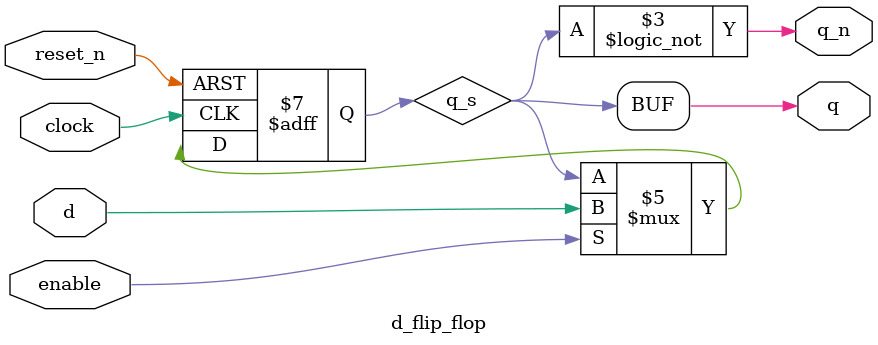
<source format=sv>
/*******************************************************************************
 * @brief Design of a D flip flop with an inverting asynchronous reset.
 *
 * @param clock[in]   50 MHz system clock.
 * @param reset_n[in] Inverting reset signal (0 = system reset).
 * @param d[in]       Flip flop input.
 * @param enable[in]  Enable signal for opening/locking the flip flop (1 = open).
 * @param q[out]      Flip flop output.
 * @param q_n[out]    Inverse of the flip flop output.
 *
 * The function of the D flip flop is as follows:
 *     - reset_n = 0                => q = 0, q_n = 1
 *     - reset_n = 1 and enable = 0 => q = q, q_n = q_n
 *     - reset_n = 1 and enable = 1 => q = d, q_n = ~d
 ******************************************************************************/
module d_flip_flop(input logic clock, reset_n, d, enable,
                   output logic q, q_n);
                   
    /*******************************************************************************
     * @brief Signal used to store the flip flop output internally.
     ******************************************************************************/
    logic q_s = 1'b0;
    
    /*******************************************************************************
     * @brief Updates the the q_s signal on rising edge of the clock and falling
     *        edge of the reset signal. The q_s signal is cleared immediately upon 
     *        system reset.
     ******************************************************************************/
    always_ff @ (posedge clock or negedge reset_n)
    begin
        if (!reset_n) begin
            q_s <= 1'b0;
        end
        else begin
            if (enable) begin
                q_s <= d;
            end
        end
    end
    
    /*******************************************************************************
     * @brief Sets the flip flop output (and its inverse) via the q_s signal.
     ******************************************************************************/
    assign q   = q_s;
    assign q_n = !q_s;
    
endmodule 
</source>
